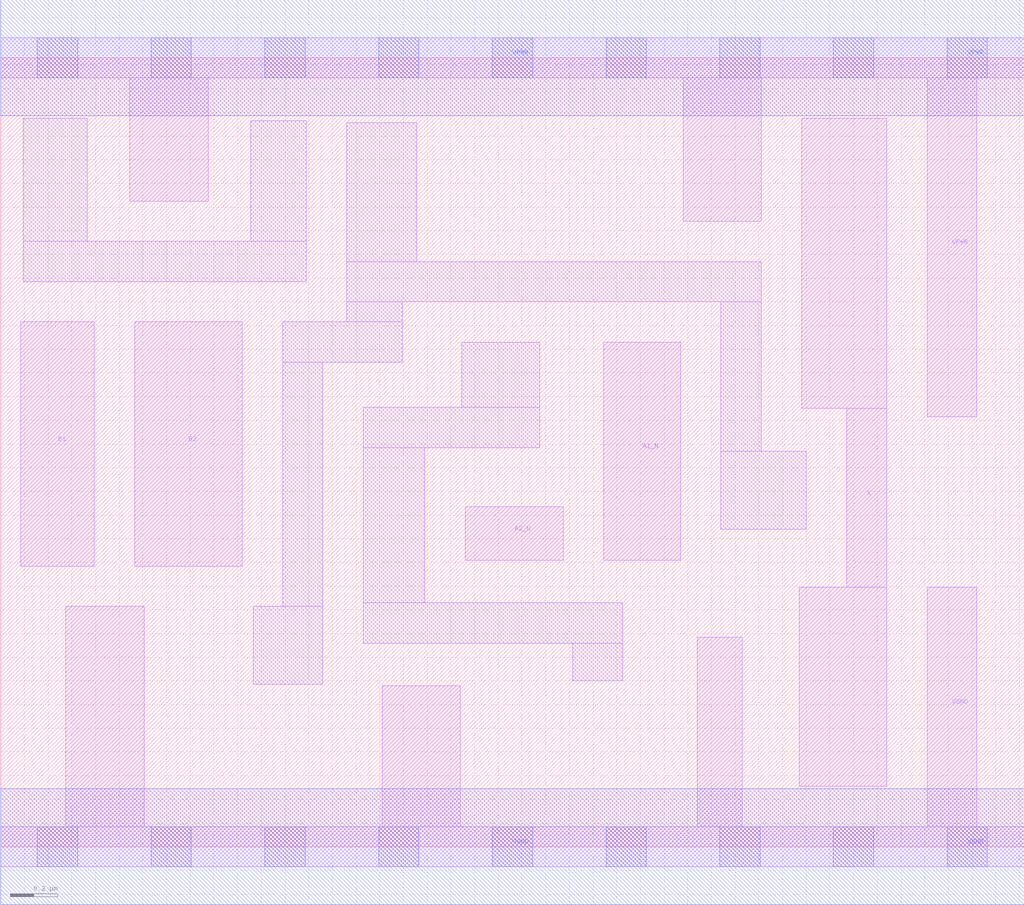
<source format=lef>
# Copyright 2020 The SkyWater PDK Authors
#
# Licensed under the Apache License, Version 2.0 (the "License");
# you may not use this file except in compliance with the License.
# You may obtain a copy of the License at
#
#     https://www.apache.org/licenses/LICENSE-2.0
#
# Unless required by applicable law or agreed to in writing, software
# distributed under the License is distributed on an "AS IS" BASIS,
# WITHOUT WARRANTIES OR CONDITIONS OF ANY KIND, either express or implied.
# See the License for the specific language governing permissions and
# limitations under the License.
#
# SPDX-License-Identifier: Apache-2.0

VERSION 5.7 ;
  NAMESCASESENSITIVE ON ;
  NOWIREEXTENSIONATPIN ON ;
  DIVIDERCHAR "/" ;
  BUSBITCHARS "[]" ;
UNITS
  DATABASE MICRONS 200 ;
END UNITS
MACRO sky130_fd_sc_lp__a2bb2o_2
  CLASS CORE ;
  SOURCE USER ;
  FOREIGN sky130_fd_sc_lp__a2bb2o_2 ;
  ORIGIN  0.000000  0.000000 ;
  SIZE  4.320000 BY  3.330000 ;
  SYMMETRY X Y R90 ;
  SITE unit ;
  PIN A1_N
    ANTENNAGATEAREA  0.159000 ;
    DIRECTION INPUT ;
    USE SIGNAL ;
    PORT
      LAYER li1 ;
        RECT 2.545000 1.210000 2.870000 2.130000 ;
    END
  END A1_N
  PIN A2_N
    ANTENNAGATEAREA  0.159000 ;
    DIRECTION INPUT ;
    USE SIGNAL ;
    PORT
      LAYER li1 ;
        RECT 1.960000 1.210000 2.375000 1.435000 ;
    END
  END A2_N
  PIN B1
    ANTENNAGATEAREA  0.159000 ;
    DIRECTION INPUT ;
    USE SIGNAL ;
    PORT
      LAYER li1 ;
        RECT 0.085000 1.185000 0.395000 2.215000 ;
    END
  END B1
  PIN B2
    ANTENNAGATEAREA  0.159000 ;
    DIRECTION INPUT ;
    USE SIGNAL ;
    PORT
      LAYER li1 ;
        RECT 0.565000 1.185000 1.020000 2.215000 ;
    END
  END B2
  PIN X
    ANTENNADIFFAREA  0.588000 ;
    DIRECTION OUTPUT ;
    USE SIGNAL ;
    PORT
      LAYER li1 ;
        RECT 3.370000 0.255000 3.740000 1.095000 ;
        RECT 3.380000 1.850000 3.740000 3.075000 ;
        RECT 3.570000 1.095000 3.740000 1.850000 ;
    END
  END X
  PIN VGND
    DIRECTION INOUT ;
    USE GROUND ;
    PORT
      LAYER li1 ;
        RECT 0.000000 -0.085000 4.320000 0.085000 ;
        RECT 0.275000  0.085000 0.605000 1.015000 ;
        RECT 1.610000  0.085000 1.940000 0.680000 ;
        RECT 2.940000  0.085000 3.130000 0.885000 ;
        RECT 3.910000  0.085000 4.120000 1.095000 ;
      LAYER mcon ;
        RECT 0.155000 -0.085000 0.325000 0.085000 ;
        RECT 0.635000 -0.085000 0.805000 0.085000 ;
        RECT 1.115000 -0.085000 1.285000 0.085000 ;
        RECT 1.595000 -0.085000 1.765000 0.085000 ;
        RECT 2.075000 -0.085000 2.245000 0.085000 ;
        RECT 2.555000 -0.085000 2.725000 0.085000 ;
        RECT 3.035000 -0.085000 3.205000 0.085000 ;
        RECT 3.515000 -0.085000 3.685000 0.085000 ;
        RECT 3.995000 -0.085000 4.165000 0.085000 ;
      LAYER met1 ;
        RECT 0.000000 -0.245000 4.320000 0.245000 ;
    END
  END VGND
  PIN VPWR
    DIRECTION INOUT ;
    USE POWER ;
    PORT
      LAYER li1 ;
        RECT 0.000000 3.245000 4.320000 3.415000 ;
        RECT 0.545000 2.725000 0.875000 3.245000 ;
        RECT 2.880000 2.640000 3.210000 3.245000 ;
        RECT 3.910000 1.815000 4.120000 3.245000 ;
      LAYER mcon ;
        RECT 0.155000 3.245000 0.325000 3.415000 ;
        RECT 0.635000 3.245000 0.805000 3.415000 ;
        RECT 1.115000 3.245000 1.285000 3.415000 ;
        RECT 1.595000 3.245000 1.765000 3.415000 ;
        RECT 2.075000 3.245000 2.245000 3.415000 ;
        RECT 2.555000 3.245000 2.725000 3.415000 ;
        RECT 3.035000 3.245000 3.205000 3.415000 ;
        RECT 3.515000 3.245000 3.685000 3.415000 ;
        RECT 3.995000 3.245000 4.165000 3.415000 ;
      LAYER met1 ;
        RECT 0.000000 3.085000 4.320000 3.575000 ;
    END
  END VPWR
  OBS
    LAYER li1 ;
      RECT 0.095000 2.385000 1.290000 2.555000 ;
      RECT 0.095000 2.555000 0.365000 3.075000 ;
      RECT 1.055000 2.555000 1.290000 3.065000 ;
      RECT 1.065000 0.685000 1.360000 1.015000 ;
      RECT 1.190000 1.015000 1.360000 2.045000 ;
      RECT 1.190000 2.045000 1.695000 2.215000 ;
      RECT 1.460000 2.215000 1.695000 2.300000 ;
      RECT 1.460000 2.300000 3.210000 2.470000 ;
      RECT 1.460000 2.470000 1.755000 3.055000 ;
      RECT 1.530000 0.860000 2.625000 1.030000 ;
      RECT 1.530000 1.030000 1.790000 1.685000 ;
      RECT 1.530000 1.685000 2.275000 1.855000 ;
      RECT 1.945000 1.855000 2.275000 2.130000 ;
      RECT 2.415000 0.700000 2.625000 0.860000 ;
      RECT 3.040000 1.340000 3.400000 1.670000 ;
      RECT 3.040000 1.670000 3.210000 2.300000 ;
  END
END sky130_fd_sc_lp__a2bb2o_2

</source>
